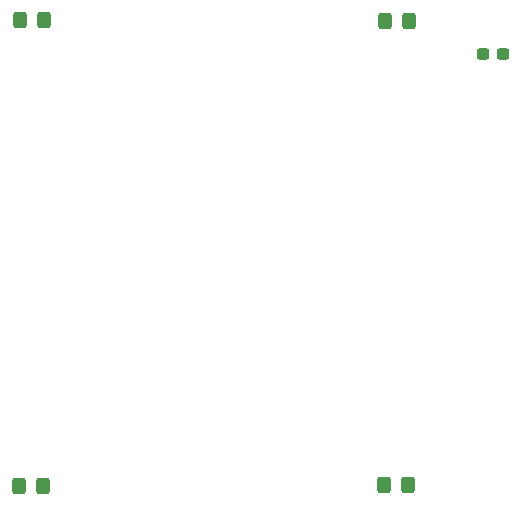
<source format=gbp>
%TF.GenerationSoftware,KiCad,Pcbnew,6.0.9*%
%TF.CreationDate,2022-11-22T21:59:45-08:00*%
%TF.ProjectId,hack_license,6861636b-5f6c-4696-9365-6e73652e6b69,rev?*%
%TF.SameCoordinates,Original*%
%TF.FileFunction,Paste,Bot*%
%TF.FilePolarity,Positive*%
%FSLAX46Y46*%
G04 Gerber Fmt 4.6, Leading zero omitted, Abs format (unit mm)*
G04 Created by KiCad (PCBNEW 6.0.9) date 2022-11-22 21:59:45*
%MOMM*%
%LPD*%
G01*
G04 APERTURE LIST*
G04 Aperture macros list*
%AMRoundRect*
0 Rectangle with rounded corners*
0 $1 Rounding radius*
0 $2 $3 $4 $5 $6 $7 $8 $9 X,Y pos of 4 corners*
0 Add a 4 corners polygon primitive as box body*
4,1,4,$2,$3,$4,$5,$6,$7,$8,$9,$2,$3,0*
0 Add four circle primitives for the rounded corners*
1,1,$1+$1,$2,$3*
1,1,$1+$1,$4,$5*
1,1,$1+$1,$6,$7*
1,1,$1+$1,$8,$9*
0 Add four rect primitives between the rounded corners*
20,1,$1+$1,$2,$3,$4,$5,0*
20,1,$1+$1,$4,$5,$6,$7,0*
20,1,$1+$1,$6,$7,$8,$9,0*
20,1,$1+$1,$8,$9,$2,$3,0*%
G04 Aperture macros list end*
%ADD10RoundRect,0.250000X0.325000X0.450000X-0.325000X0.450000X-0.325000X-0.450000X0.325000X-0.450000X0*%
%ADD11RoundRect,0.237500X0.300000X0.237500X-0.300000X0.237500X-0.300000X-0.237500X0.300000X-0.237500X0*%
G04 APERTURE END LIST*
D10*
%TO.C,D3*%
X98197500Y-55500000D03*
X96147500Y-55500000D03*
%TD*%
D11*
%TO.C,C1*%
X137072500Y-58320000D03*
X135347500Y-58320000D03*
%TD*%
D10*
%TO.C,D2*%
X129015000Y-94890000D03*
X126965000Y-94890000D03*
%TD*%
%TO.C,D1*%
X129065000Y-55530000D03*
X127015000Y-55530000D03*
%TD*%
%TO.C,D4*%
X98137500Y-94910000D03*
X96087500Y-94910000D03*
%TD*%
M02*

</source>
